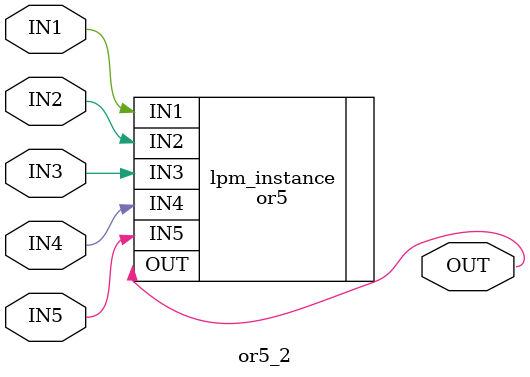
<source format=v>



module or5_2(IN1,IN3,IN2,IN5,IN4,OUT);
input IN1;
input IN3;
input IN2;
input IN5;
input IN4;
output OUT;

or5	lpm_instance(.IN1(IN1),.IN3(IN3),.IN2(IN2),.IN5(IN5),.IN4(IN4),.OUT(OUT));

endmodule

</source>
